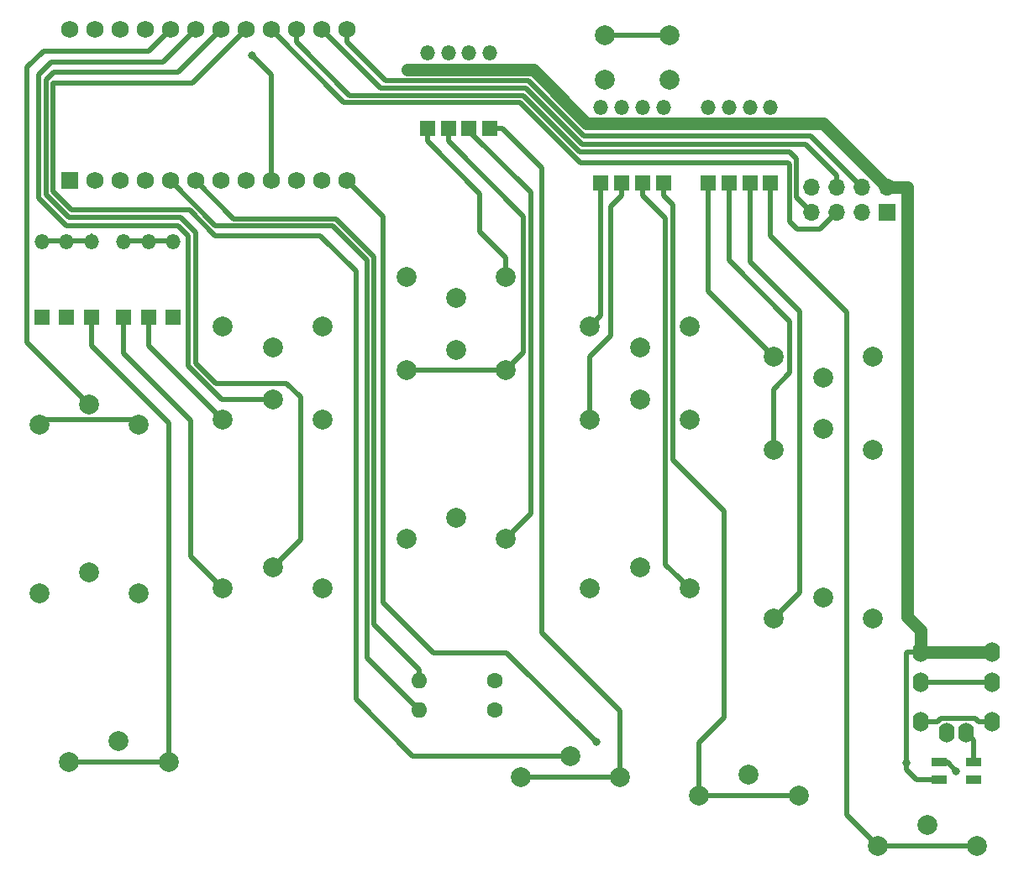
<source format=gbr>
G04 #@! TF.GenerationSoftware,KiCad,Pcbnew,5.1.5*
G04 #@! TF.CreationDate,2020-03-16T15:52:58-05:00*
G04 #@! TF.ProjectId,fissure,66697373-7572-4652-9e6b-696361645f70,rev?*
G04 #@! TF.SameCoordinates,Original*
G04 #@! TF.FileFunction,Copper,L1,Top*
G04 #@! TF.FilePolarity,Positive*
%FSLAX46Y46*%
G04 Gerber Fmt 4.6, Leading zero omitted, Abs format (unit mm)*
G04 Created by KiCad (PCBNEW 5.1.5) date 2020-03-16 15:52:58*
%MOMM*%
%LPD*%
G04 APERTURE LIST*
%ADD10O,1.600000X2.000000*%
%ADD11O,1.500000X1.500000*%
%ADD12R,1.500000X1.500000*%
%ADD13O,1.600000X1.600000*%
%ADD14C,1.600000*%
%ADD15C,2.000000*%
%ADD16R,1.600000X0.850000*%
%ADD17C,1.752600*%
%ADD18R,1.752600X1.752600*%
%ADD19O,1.700000X1.700000*%
%ADD20R,1.700000X1.700000*%
%ADD21C,0.800000*%
%ADD22C,0.508000*%
%ADD23C,1.270000*%
G04 APERTURE END LIST*
D10*
X142500000Y-106900000D03*
X142500000Y-103900000D03*
X142500000Y-110900000D03*
X137900000Y-112000000D03*
X135300000Y-106900000D03*
X135300000Y-103900000D03*
X135300000Y-110900000D03*
X139900000Y-112000000D03*
D11*
X46747000Y-62439000D03*
D12*
X46747000Y-70059000D03*
D11*
X59997000Y-62439000D03*
D12*
X59997000Y-70059000D03*
D11*
X85597000Y-43439000D03*
D12*
X85597000Y-51059000D03*
D11*
X103097000Y-48929000D03*
D12*
X103097000Y-56549000D03*
D11*
X113897000Y-48929000D03*
D12*
X113897000Y-56549000D03*
D11*
X49247000Y-62439000D03*
D12*
X49247000Y-70059000D03*
D11*
X57497000Y-62439000D03*
D12*
X57497000Y-70059000D03*
D11*
X87697000Y-43439000D03*
D12*
X87697000Y-51059000D03*
D11*
X105197000Y-48929000D03*
D12*
X105197000Y-56549000D03*
D11*
X115997000Y-48929000D03*
D12*
X115997000Y-56549000D03*
D11*
X51747000Y-62439000D03*
D12*
X51747000Y-70059000D03*
D11*
X54997000Y-62439000D03*
D12*
X54997000Y-70059000D03*
D11*
X89797000Y-43439000D03*
D12*
X89797000Y-51059000D03*
D11*
X107297000Y-48929000D03*
D12*
X107297000Y-56549000D03*
D11*
X118097000Y-48929000D03*
D12*
X118097000Y-56549000D03*
D11*
X91897000Y-43439000D03*
D12*
X91897000Y-51059000D03*
D11*
X109397000Y-48929000D03*
D12*
X109397000Y-56549000D03*
D11*
X120197000Y-48929000D03*
D12*
X120197000Y-56549000D03*
D13*
X84777000Y-106749000D03*
D14*
X92397000Y-106749000D03*
D13*
X84777000Y-109749000D03*
D14*
X92397000Y-109749000D03*
D15*
X93497000Y-75449000D03*
X88497000Y-73349000D03*
X83497000Y-75449000D03*
D16*
X140647000Y-116724000D03*
X140647000Y-114974000D03*
X137147000Y-116724000D03*
X137147000Y-114974000D03*
D15*
X103502000Y-46149000D03*
X103502000Y-41649000D03*
X110002000Y-46149000D03*
X110002000Y-41649000D03*
X56497000Y-80949000D03*
X51497000Y-78849000D03*
X46497000Y-80949000D03*
X120497000Y-74049000D03*
X125497000Y-76149000D03*
X130497000Y-74049000D03*
X64997000Y-71049000D03*
X69997000Y-73149000D03*
X74997000Y-71049000D03*
D17*
X49527000Y-41069000D03*
X77467000Y-56309000D03*
X52067000Y-41069000D03*
X54607000Y-41069000D03*
X57147000Y-41069000D03*
X59687000Y-41069000D03*
X62227000Y-41069000D03*
X64767000Y-41069000D03*
X67307000Y-41069000D03*
X69847000Y-41069000D03*
X72387000Y-41069000D03*
X74927000Y-41069000D03*
X77467000Y-41069000D03*
X74927000Y-56309000D03*
X72387000Y-56309000D03*
X69847000Y-56309000D03*
X67307000Y-56309000D03*
X64767000Y-56309000D03*
X62227000Y-56309000D03*
X59687000Y-56309000D03*
X57147000Y-56309000D03*
X54607000Y-56309000D03*
X52067000Y-56309000D03*
D18*
X49527000Y-56309000D03*
D15*
X56497000Y-97949000D03*
X51497000Y-95849000D03*
X46497000Y-97949000D03*
X101997000Y-71049000D03*
X106997000Y-73149000D03*
X111997000Y-71049000D03*
X140997000Y-123449000D03*
X135997000Y-121349000D03*
X130997000Y-123449000D03*
X122997000Y-118349000D03*
X117997000Y-116249000D03*
X112997000Y-118349000D03*
X104997000Y-116449000D03*
X99997000Y-114349000D03*
X94997000Y-116449000D03*
X130497000Y-100449000D03*
X125497000Y-98349000D03*
X120497000Y-100449000D03*
X111997000Y-97449000D03*
X106997000Y-95349000D03*
X101997000Y-97449000D03*
X93497000Y-92449000D03*
X88497000Y-90349000D03*
X83497000Y-92449000D03*
X74997000Y-97449000D03*
X69997000Y-95349000D03*
X64997000Y-97449000D03*
X59497000Y-114949000D03*
X54497000Y-112849000D03*
X49497000Y-114949000D03*
X130497000Y-83449000D03*
X125497000Y-81349000D03*
X120497000Y-83449000D03*
X111997000Y-80449000D03*
X106997000Y-78349000D03*
X101997000Y-80449000D03*
X74997000Y-80449000D03*
X69997000Y-78349000D03*
X64997000Y-80449000D03*
X83497000Y-66049000D03*
X88497000Y-68149000D03*
X93497000Y-66049000D03*
D19*
X124307000Y-56944000D03*
X124307000Y-59484000D03*
X126847000Y-56944000D03*
X126847000Y-59484000D03*
X129387000Y-56944000D03*
X129387000Y-59484000D03*
X131927000Y-56944000D03*
D20*
X131927000Y-59484000D03*
D21*
X133897000Y-115049000D03*
X83597000Y-45149000D03*
X67897000Y-43649000D03*
X138897000Y-115849000D03*
X102597000Y-112949000D03*
D22*
X46497000Y-70399000D02*
X46747000Y-70149000D01*
X56497000Y-80449000D02*
X46497000Y-80449000D01*
X60397000Y-70549000D02*
X59997000Y-70149000D01*
X93497000Y-65549000D02*
X93497000Y-65331000D01*
X93497000Y-64061078D02*
X90900000Y-61464078D01*
X93497000Y-66049000D02*
X93497000Y-64061078D01*
X85597000Y-52317000D02*
X85597000Y-51059000D01*
X90900000Y-57620000D02*
X85597000Y-52317000D01*
X90900000Y-61464078D02*
X90900000Y-57620000D01*
X103097000Y-69949000D02*
X103097000Y-56549000D01*
X101997000Y-71049000D02*
X103097000Y-69949000D01*
X113897000Y-67449000D02*
X120497000Y-74049000D01*
X113897000Y-56549000D02*
X113897000Y-67449000D01*
X57497000Y-72949000D02*
X64997000Y-80449000D01*
X57497000Y-70149000D02*
X57497000Y-72949000D01*
X83497000Y-75449000D02*
X93497000Y-75449000D01*
X93497000Y-75449000D02*
X93797000Y-75449000D01*
X93497000Y-75449000D02*
X95301001Y-73644999D01*
X87697000Y-52317000D02*
X95301001Y-59921001D01*
X95301001Y-59921001D02*
X95301001Y-73644999D01*
X87697000Y-51059000D02*
X87697000Y-52317000D01*
X101997000Y-80449000D02*
X101997000Y-74049000D01*
X101997000Y-74049000D02*
X104097000Y-71949000D01*
X105197000Y-57807000D02*
X105197000Y-56549000D01*
X104097000Y-58907000D02*
X105197000Y-57807000D01*
X104097000Y-71949000D02*
X104097000Y-58907000D01*
X115997000Y-64319078D02*
X115997000Y-56549000D01*
X122147000Y-70469078D02*
X115997000Y-64319078D01*
X120497000Y-83449000D02*
X120497000Y-77349000D01*
X122147000Y-75699000D02*
X122147000Y-70469078D01*
X120497000Y-77349000D02*
X122147000Y-75699000D01*
X51747000Y-72984000D02*
X51747000Y-70149000D01*
X59497000Y-80734000D02*
X51747000Y-72984000D01*
X59497000Y-80734000D02*
X59497000Y-114949000D01*
X59497000Y-114949000D02*
X49497000Y-114949000D01*
X54997000Y-70149000D02*
X54997000Y-73749000D01*
X54997000Y-73749000D02*
X61747000Y-80499000D01*
X61747000Y-94199000D02*
X64997000Y-97449000D01*
X61747000Y-80499000D02*
X61747000Y-94199000D01*
X93497000Y-92449000D02*
X96009011Y-89936989D01*
X96009011Y-57488213D02*
X96009011Y-89936989D01*
X89797000Y-51276202D02*
X96009011Y-57488213D01*
X89797000Y-51059000D02*
X89797000Y-51276202D01*
X110997001Y-96449001D02*
X111997000Y-97449000D01*
X109588991Y-95040991D02*
X110997001Y-96449001D01*
X109588991Y-60098991D02*
X109588991Y-95040991D01*
X107297000Y-57807000D02*
X109588991Y-60098991D01*
X107297000Y-56549000D02*
X107297000Y-57807000D01*
X123097000Y-97849000D02*
X120497000Y-100449000D01*
X123097000Y-97849000D02*
X123097000Y-69497000D01*
X118097000Y-64497000D02*
X118097000Y-56549000D01*
X123097000Y-69497000D02*
X118097000Y-64497000D01*
X104997000Y-116449000D02*
X94997000Y-116449000D01*
X104997000Y-116449000D02*
X104997000Y-109774800D01*
X104997000Y-109774800D02*
X97124200Y-101902000D01*
X97124200Y-55028200D02*
X97124200Y-101902000D01*
X93155000Y-51059000D02*
X97124200Y-55028200D01*
X91897000Y-51059000D02*
X93155000Y-51059000D01*
X122997000Y-118349000D02*
X112997000Y-118349000D01*
X110297001Y-58707001D02*
X109397000Y-57807000D01*
X115497000Y-110499000D02*
X115497000Y-89649000D01*
X109397000Y-57807000D02*
X109397000Y-56549000D01*
X112997000Y-118349000D02*
X112997000Y-112999000D01*
X112997000Y-112999000D02*
X115497000Y-110499000D01*
X115497000Y-89649000D02*
X110297001Y-84449001D01*
X110297001Y-84449001D02*
X110297001Y-58707001D01*
X140997000Y-123449000D02*
X130997000Y-123449000D01*
X127840000Y-120292000D02*
X130997000Y-123449000D01*
X127840000Y-120292000D02*
X127840000Y-69540000D01*
X120197000Y-61897000D02*
X120197000Y-56549000D01*
X127840000Y-69540000D02*
X120197000Y-61897000D01*
D23*
X54697000Y-56219000D02*
X54607000Y-56309000D01*
D22*
X140647000Y-112747000D02*
X139900000Y-112000000D01*
X140647000Y-114974000D02*
X140647000Y-112747000D01*
X134872000Y-116724000D02*
X137147000Y-116724000D01*
X133897000Y-115749000D02*
X134872000Y-116724000D01*
X133897000Y-115049000D02*
X133897000Y-115749000D01*
D23*
X133997000Y-56949000D02*
X133997000Y-91349000D01*
X131927000Y-56944000D02*
X133992000Y-56944000D01*
X133992000Y-56944000D02*
X133997000Y-56949000D01*
X83597000Y-45149000D02*
X96249000Y-45149000D01*
X125497001Y-50514001D02*
X131927000Y-56944000D01*
X101614001Y-50514001D02*
X125497001Y-50514001D01*
X96249000Y-45149000D02*
X101614001Y-50514001D01*
X135300000Y-103900000D02*
X142500000Y-103900000D01*
X133997000Y-100327000D02*
X133997000Y-91349000D01*
X135300000Y-101630000D02*
X133997000Y-100327000D01*
X135300000Y-103900000D02*
X135300000Y-101630000D01*
D22*
X133992000Y-103900000D02*
X135300000Y-103900000D01*
X133897000Y-103995000D02*
X133992000Y-103900000D01*
X133897000Y-115049000D02*
X133897000Y-103995000D01*
X46747000Y-62349000D02*
X51747000Y-62349000D01*
X51747000Y-62349000D02*
X51747000Y-61859000D01*
X54997000Y-62349000D02*
X59997000Y-62349000D01*
X70283000Y-55873000D02*
X69847000Y-56309000D01*
X69847000Y-45599000D02*
X69847000Y-56309000D01*
X67897000Y-43649000D02*
X69847000Y-45599000D01*
X45232000Y-72584000D02*
X51497000Y-78849000D01*
X45232000Y-44879000D02*
X45232000Y-72584000D01*
X46883000Y-43228000D02*
X45232000Y-44879000D01*
X59687000Y-41069000D02*
X57528000Y-43228000D01*
X57528000Y-43228000D02*
X46883000Y-43228000D01*
X58925000Y-44371000D02*
X62227000Y-41069000D01*
X47645000Y-44371000D02*
X58925000Y-44371000D01*
X49169000Y-60881000D02*
X46375000Y-58087000D01*
X64859000Y-78349000D02*
X61488000Y-74978000D01*
X46375000Y-58087000D02*
X46375000Y-45641000D01*
X61488000Y-74978000D02*
X61488000Y-61897000D01*
X69997000Y-78349000D02*
X64859000Y-78349000D01*
X46375000Y-45641000D02*
X47645000Y-44371000D01*
X60472000Y-60881000D02*
X49169000Y-60881000D01*
X61488000Y-61897000D02*
X60472000Y-60881000D01*
X47899000Y-45387000D02*
X60449000Y-45387000D01*
X64282000Y-76756000D02*
X62250000Y-74724000D01*
X71394000Y-76756000D02*
X64282000Y-76756000D01*
X60449000Y-45387000D02*
X64767000Y-41069000D01*
X62250000Y-61516000D02*
X60726000Y-59992000D01*
X49423000Y-59992000D02*
X47137000Y-57706000D01*
X60726000Y-59992000D02*
X49423000Y-59992000D01*
X72791000Y-78153000D02*
X71394000Y-76756000D01*
X62250000Y-74724000D02*
X62250000Y-61516000D01*
X47137000Y-57706000D02*
X47137000Y-46149000D01*
X47137000Y-46149000D02*
X47899000Y-45387000D01*
X72791000Y-92555000D02*
X69997000Y-95349000D01*
X72791000Y-78153000D02*
X72791000Y-92555000D01*
X78397000Y-108649000D02*
X84097000Y-114349000D01*
X78397000Y-65449000D02*
X78397000Y-108649000D01*
X64225724Y-61849000D02*
X74797000Y-61849000D01*
X61933734Y-46442266D02*
X47845010Y-46442266D01*
X67307000Y-41069000D02*
X61933734Y-46442266D01*
X74797000Y-61849000D02*
X78397000Y-65449000D01*
X61660714Y-59283990D02*
X64225724Y-61849000D01*
X49716266Y-59283990D02*
X61660714Y-59283990D01*
X47845010Y-46442266D02*
X47845010Y-57412734D01*
X47845010Y-57412734D02*
X49716266Y-59283990D01*
X99997000Y-114349000D02*
X84097000Y-114349000D01*
X72387000Y-42308275D02*
X77780429Y-47701704D01*
X72387000Y-41069000D02*
X72387000Y-42308275D01*
X95259059Y-47701704D02*
X100957355Y-53400000D01*
X77780429Y-47701704D02*
X95259059Y-47701704D01*
X100957355Y-53400000D02*
X122100000Y-53400000D01*
X122100000Y-53400000D02*
X122800000Y-54100000D01*
X122800000Y-57977000D02*
X124307000Y-59484000D01*
X122800000Y-54100000D02*
X122800000Y-57977000D01*
X126847000Y-55741919D02*
X126847000Y-56944000D01*
X80851694Y-46993694D02*
X95552325Y-46993694D01*
X74927000Y-41069000D02*
X80851694Y-46993694D01*
X101166641Y-52608010D02*
X123713091Y-52608010D01*
X95552325Y-46993694D02*
X101166641Y-52608010D01*
X123713091Y-52608010D02*
X126847000Y-55741919D01*
X94965793Y-48409714D02*
X101056079Y-54500000D01*
X69847000Y-41069000D02*
X77187714Y-48409714D01*
X77187714Y-48409714D02*
X94965793Y-48409714D01*
X121900000Y-54500000D02*
X122091990Y-54691990D01*
X101056079Y-54500000D02*
X121900000Y-54500000D01*
X122091990Y-54691990D02*
X122091990Y-60391990D01*
X122091990Y-60391990D02*
X122900000Y-61200000D01*
X125131000Y-61200000D02*
X126847000Y-59484000D01*
X122900000Y-61200000D02*
X125131000Y-61200000D01*
X77467000Y-42308275D02*
X81396735Y-46238010D01*
X77467000Y-41069000D02*
X77467000Y-42308275D01*
X95797918Y-46238010D02*
X101359908Y-51800000D01*
X81396735Y-46238010D02*
X95797918Y-46238010D01*
X124243000Y-51800000D02*
X129387000Y-56944000D01*
X101359908Y-51800000D02*
X124243000Y-51800000D01*
X79488990Y-104460990D02*
X79488990Y-64340990D01*
X84777000Y-109749000D02*
X79488990Y-104460990D01*
X79488990Y-64340990D02*
X76005010Y-60857010D01*
X64235010Y-60857010D02*
X59687000Y-56309000D01*
X76005010Y-60857010D02*
X64235010Y-60857010D01*
X140837990Y-110545990D02*
X141192000Y-110900000D01*
X137026563Y-110900000D02*
X137380573Y-110545990D01*
X141192000Y-110900000D02*
X142500000Y-110900000D01*
X137380573Y-110545990D02*
X140837990Y-110545990D01*
X135300000Y-110900000D02*
X137026563Y-110900000D01*
X84777000Y-105617630D02*
X80197000Y-101037630D01*
X84777000Y-106749000D02*
X84777000Y-105617630D01*
X80197000Y-101037630D02*
X80197000Y-63949000D01*
X80197000Y-63949000D02*
X76397000Y-60149000D01*
X66067000Y-60149000D02*
X62227000Y-56309000D01*
X76397000Y-60149000D02*
X66067000Y-60149000D01*
X136608000Y-106900000D02*
X142500000Y-106900000D01*
X135300000Y-106900000D02*
X136608000Y-106900000D01*
X103502000Y-41649000D02*
X110002000Y-41649000D01*
X138022000Y-114974000D02*
X137147000Y-114974000D01*
X138897000Y-115849000D02*
X138022000Y-114974000D01*
X81097000Y-98849000D02*
X81097000Y-59939000D01*
X86197000Y-103949000D02*
X81097000Y-98849000D01*
X102597000Y-112949000D02*
X93597000Y-103949000D01*
X81097000Y-59939000D02*
X77467000Y-56309000D01*
X93597000Y-103949000D02*
X86197000Y-103949000D01*
M02*

</source>
